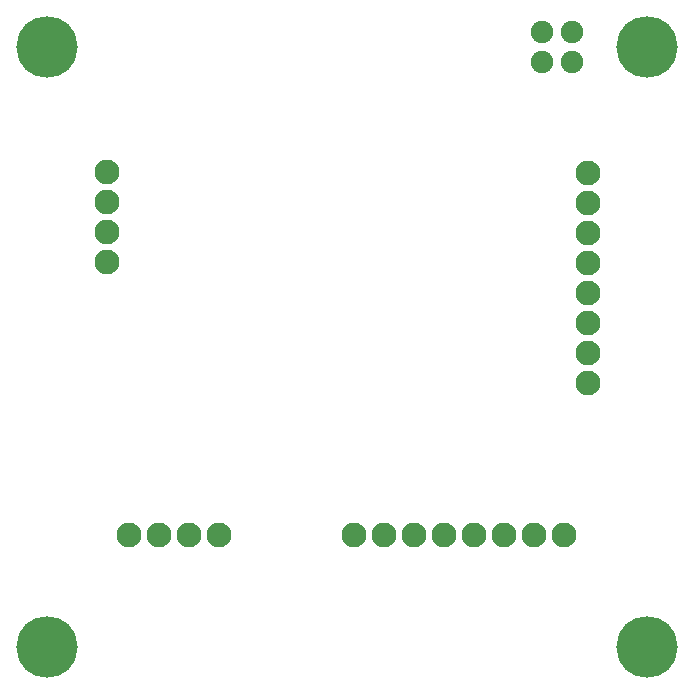
<source format=gbs>
G04 Layer: BottomSolderMaskLayer*
G04 EasyEDA v6.5.34, 2023-09-11 23:55:01*
G04 0142af5b8bed46c8af125076436406b4,5a6b42c53f6a479593ecc07194224c93,10*
G04 Gerber Generator version 0.2*
G04 Scale: 100 percent, Rotated: No, Reflected: No *
G04 Dimensions in millimeters *
G04 leading zeros omitted , absolute positions ,4 integer and 5 decimal *
%FSLAX45Y45*%
%MOMM*%

%ADD10C,5.2032*%
%ADD11C,1.9016*%
%ADD12C,2.1016*%

%LPD*%
D10*
G01*
X380992Y5460992D03*
G01*
X380992Y380992D03*
G01*
X5460992Y380992D03*
G01*
X5460992Y5460992D03*
D11*
G01*
X4571992Y5587992D03*
G01*
X4571992Y5333992D03*
G01*
X4825992Y5333992D03*
G01*
X4825992Y5587992D03*
D12*
G01*
X1073091Y1329910D03*
G01*
X1327091Y1329910D03*
G01*
X1581091Y1329910D03*
G01*
X1835091Y1329910D03*
G01*
X2981698Y1329885D03*
G01*
X3235698Y1329885D03*
G01*
X3489698Y1329885D03*
G01*
X3743698Y1329885D03*
G01*
X3997698Y1329885D03*
G01*
X4251698Y1329885D03*
G01*
X4505698Y1329885D03*
G01*
X4759698Y1329885D03*
G01*
X4956573Y2612915D03*
G01*
X4956573Y2866915D03*
G01*
X4956573Y3120915D03*
G01*
X4956573Y3374915D03*
G01*
X4956573Y3628915D03*
G01*
X4956573Y3882915D03*
G01*
X4956573Y4136915D03*
G01*
X4956573Y4390915D03*
G01*
X885410Y3637881D03*
G01*
X885410Y3891881D03*
G01*
X885410Y4145881D03*
G01*
X885410Y4399881D03*
M02*

</source>
